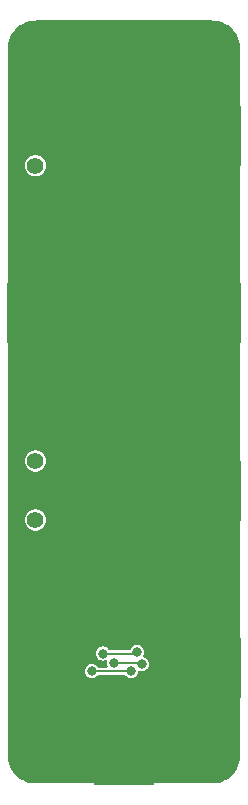
<source format=gbr>
%TF.GenerationSoftware,KiCad,Pcbnew,6.0.9+dfsg-1~bpo11+1*%
%TF.CreationDate,2022-12-01T10:00:23+01:00*%
%TF.ProjectId,019-tayloe-quadrature-product-detector,3031392d-7461-4796-9c6f-652d71756164,1*%
%TF.SameCoordinates,Original*%
%TF.FileFunction,Copper,L2,Bot*%
%TF.FilePolarity,Positive*%
%FSLAX46Y46*%
G04 Gerber Fmt 4.6, Leading zero omitted, Abs format (unit mm)*
G04 Created by KiCad (PCBNEW 6.0.9+dfsg-1~bpo11+1) date 2022-12-01 10:00:23*
%MOMM*%
%LPD*%
G01*
G04 APERTURE LIST*
%TA.AperFunction,ComponentPad*%
%ADD10C,3.400000*%
%TD*%
%TA.AperFunction,ComponentPad*%
%ADD11C,1.400000*%
%TD*%
%TA.AperFunction,ComponentPad*%
%ADD12C,0.800000*%
%TD*%
%TA.AperFunction,SMDPad,CuDef*%
%ADD13R,3.000000X5.200000*%
%TD*%
%TA.AperFunction,SMDPad,CuDef*%
%ADD14R,5.200000X3.000000*%
%TD*%
%TA.AperFunction,ViaPad*%
%ADD15C,0.800000*%
%TD*%
%TA.AperFunction,Conductor*%
%ADD16C,0.200000*%
%TD*%
G04 APERTURE END LIST*
D10*
%TO.P,H10,1,1*%
%TO.N,GND*%
X167500000Y-32500000D03*
%TD*%
%TO.P,H9,1,1*%
%TO.N,GND*%
X152500000Y-32500000D03*
%TD*%
%TO.P,H8,1,1*%
%TO.N,GND*%
X167500000Y-47500000D03*
%TD*%
%TO.P,H7,1,1*%
%TO.N,GND*%
X152500000Y-47500000D03*
%TD*%
%TO.P,H6,1,1*%
%TO.N,GND*%
X152500000Y-62500000D03*
%TD*%
%TO.P,H5,1,1*%
%TO.N,GND*%
X167500000Y-62500000D03*
%TD*%
D11*
%TO.P,J9,1,Pin_1*%
%TO.N,/VE*%
X152500000Y-67500000D03*
%TD*%
%TO.P,J8,1,Pin_1*%
%TO.N,/VA*%
X152500000Y-42500000D03*
%TD*%
%TO.P,J7,1,Pin_1*%
%TO.N,/VCC*%
X152500000Y-72500000D03*
%TD*%
D12*
%TO.P,J6,2,Pin_2*%
%TO.N,GND*%
X152000000Y-53500000D03*
X151000000Y-53500000D03*
X150500000Y-56000000D03*
X152500000Y-56000000D03*
X150500000Y-54000000D03*
D13*
X151500000Y-55000000D03*
D12*
X152000000Y-56500000D03*
X151000000Y-56500000D03*
X151500000Y-56000000D03*
X152500000Y-54000000D03*
X151500000Y-54000000D03*
%TD*%
%TO.P,J5,2,Pin_2*%
%TO.N,GND*%
X168500000Y-56000000D03*
X167500000Y-56000000D03*
X168500000Y-54000000D03*
X169000000Y-53500000D03*
X168000000Y-53500000D03*
D13*
X168500000Y-55000000D03*
D12*
X169500000Y-56000000D03*
X167500000Y-54000000D03*
X169500000Y-54000000D03*
X169000000Y-56500000D03*
X168000000Y-56500000D03*
%TD*%
%TO.P,J4,2,Pin_2*%
%TO.N,GND*%
X168500000Y-41000000D03*
X167500000Y-41000000D03*
X168500000Y-39000000D03*
X169000000Y-38500000D03*
X168000000Y-38500000D03*
D13*
X168500000Y-40000000D03*
D12*
X169500000Y-41000000D03*
X167500000Y-39000000D03*
X169500000Y-39000000D03*
X169000000Y-41500000D03*
X168000000Y-41500000D03*
%TD*%
%TO.P,J3,2,Pin_2*%
%TO.N,GND*%
X168000000Y-68500000D03*
X168000000Y-71500000D03*
X169500000Y-71000000D03*
D13*
X168500000Y-70000000D03*
D12*
X167500000Y-71000000D03*
X169000000Y-71500000D03*
X169000000Y-68500000D03*
X169500000Y-69000000D03*
X168500000Y-69000000D03*
X168500000Y-71000000D03*
X167500000Y-69000000D03*
%TD*%
D10*
%TO.P,H1,1,1*%
%TO.N,GND*%
X152500000Y-77500000D03*
%TD*%
%TO.P,H2,1,1*%
%TO.N,GND*%
X152500000Y-92500000D03*
%TD*%
%TO.P,H4,1,1*%
%TO.N,GND*%
X167500000Y-77500000D03*
%TD*%
D12*
%TO.P,J2,2,Pin_2*%
%TO.N,GND*%
X169000000Y-86500000D03*
X168000000Y-86500000D03*
X168500000Y-86000000D03*
X168500000Y-84000000D03*
X168000000Y-83500000D03*
X167500000Y-86000000D03*
X167500000Y-84000000D03*
D13*
X168500000Y-85000000D03*
D12*
X169500000Y-84000000D03*
X169000000Y-83500000D03*
X169500000Y-86000000D03*
%TD*%
D10*
%TO.P,H3,1,1*%
%TO.N,GND*%
X167500000Y-92500000D03*
%TD*%
D12*
%TO.P,J1,2,Pin_2*%
%TO.N,GND*%
X158500000Y-93000000D03*
X161500000Y-93000000D03*
X161000000Y-92500000D03*
X159000000Y-93500000D03*
X161000000Y-93500000D03*
D14*
X160000000Y-93500000D03*
D12*
X161000000Y-94500000D03*
X158500000Y-94000000D03*
X159000000Y-92500000D03*
X159000000Y-94500000D03*
X161500000Y-94000000D03*
%TD*%
D15*
%TO.N,/CLK2*%
X161100000Y-83700000D03*
X158200000Y-83800000D03*
%TO.N,/VCC*%
X161500000Y-84700000D03*
X159168100Y-84617600D03*
%TO.N,GND*%
X162360144Y-52409428D03*
X162393613Y-46117227D03*
X156434270Y-66953995D03*
X156434270Y-64420566D03*
X158154213Y-66163751D03*
X158014758Y-64350839D03*
X161014602Y-91197006D03*
X161021327Y-89589671D03*
X158970125Y-91197006D03*
X164434966Y-78715582D03*
X164434966Y-81209034D03*
X164437678Y-83969310D03*
X166481078Y-86022394D03*
X164679787Y-86012710D03*
X162965655Y-85421964D03*
X160215296Y-79475766D03*
X162384593Y-70043198D03*
X162355540Y-67883585D03*
X162384593Y-72677344D03*
X162384593Y-75088750D03*
X162394278Y-78662280D03*
X164427994Y-76221820D03*
X164427994Y-73684518D03*
X166544296Y-71029119D03*
X164903334Y-70847538D03*
X166409791Y-68944292D03*
X165714722Y-66479675D03*
X165714722Y-64248398D03*
X159946717Y-55406899D03*
X159147757Y-54325479D03*
X157364220Y-53994596D03*
X155572613Y-53938104D03*
X153555038Y-53954245D03*
X154475052Y-56020242D03*
X156524909Y-56020242D03*
X157953352Y-56020242D03*
X157969493Y-58166942D03*
X157969493Y-60394345D03*
X158631258Y-62371569D03*
X160043560Y-58029747D03*
X162359737Y-55406899D03*
X162367807Y-53994596D03*
X162367807Y-50742265D03*
X162375877Y-48159768D03*
X162351666Y-44148829D03*
X162367807Y-41848793D03*
X164506437Y-38959625D03*
X166435239Y-41041763D03*
X164433804Y-41009481D03*
X164417664Y-43511275D03*
X164441875Y-46271318D03*
X164458015Y-48660127D03*
X164458015Y-51258764D03*
X164482226Y-54365830D03*
X165781545Y-56117086D03*
X165725052Y-58215364D03*
X165071358Y-61112602D03*
X160083912Y-64130895D03*
X159995138Y-62904209D03*
X163086064Y-61863140D03*
X160059701Y-59353276D03*
X160075842Y-60620314D03*
X152500000Y-65000000D03*
X152500000Y-85000000D03*
X155000000Y-85000000D03*
X157500000Y-67500000D03*
X160000000Y-65000000D03*
X160000000Y-67500000D03*
X160000000Y-70000000D03*
X160000000Y-75000000D03*
X160000000Y-77500000D03*
X157500000Y-77500000D03*
X155000000Y-72500000D03*
X157500000Y-70000000D03*
X157500000Y-72500000D03*
X157500000Y-75000000D03*
X155000000Y-75000000D03*
X152500000Y-75000000D03*
X152500000Y-70000000D03*
X155000000Y-70000000D03*
X155000000Y-67500000D03*
X155000000Y-62500000D03*
X155000000Y-60000000D03*
X155000000Y-57500000D03*
X152500000Y-57500000D03*
X152500000Y-60000000D03*
X155000000Y-52500000D03*
X157500000Y-52500000D03*
X160000000Y-52500000D03*
X160000000Y-50000000D03*
X157500000Y-50000000D03*
X155000000Y-50000000D03*
X155000000Y-47500000D03*
X157500000Y-47500000D03*
X160000000Y-47500000D03*
X160000000Y-45000000D03*
X157500000Y-45000000D03*
X155000000Y-45000000D03*
X160000000Y-42500000D03*
X157500000Y-42500000D03*
X155000000Y-42500000D03*
X162500000Y-40000000D03*
X157500000Y-40000000D03*
X155000000Y-40000000D03*
X155000000Y-37500000D03*
X157500000Y-37500000D03*
X162500000Y-35000000D03*
X160000000Y-35000000D03*
X157500000Y-35000000D03*
X160000000Y-40000000D03*
X160000000Y-37500000D03*
X162500000Y-37500000D03*
X165000000Y-37500000D03*
X165000000Y-35000000D03*
X165000000Y-32500000D03*
X162500000Y-32500000D03*
X160000000Y-32500000D03*
X157500000Y-32500000D03*
X155000000Y-32500000D03*
X155000000Y-35000000D03*
X152500000Y-35000000D03*
X152500000Y-37500000D03*
X152500000Y-40000000D03*
X152500000Y-45000000D03*
X152500000Y-50000000D03*
X152500000Y-52500000D03*
X165000000Y-52500000D03*
X165000000Y-50000000D03*
X165000000Y-47500000D03*
X165000000Y-45000000D03*
X165000000Y-42500000D03*
X167500000Y-35000000D03*
X167500000Y-37500000D03*
X167500000Y-42500000D03*
X167500000Y-45000000D03*
X167500000Y-50000000D03*
X167500000Y-52500000D03*
X167500000Y-57500000D03*
X167500000Y-60000000D03*
X165000000Y-62500000D03*
X167500000Y-65000000D03*
X167500000Y-67500000D03*
X167500000Y-72500000D03*
X167500000Y-75000000D03*
X165000000Y-72500000D03*
X165000000Y-75000000D03*
X165000000Y-77500000D03*
X165000000Y-82500000D03*
X165000000Y-80000000D03*
X162500000Y-90000000D03*
X152500000Y-80000000D03*
X152500000Y-90000000D03*
X155000000Y-90000000D03*
X167500000Y-82500000D03*
X167500000Y-87500000D03*
X167500000Y-90000000D03*
X155000000Y-80000000D03*
X165000000Y-90000000D03*
X165000000Y-87500000D03*
X158369000Y-89100000D03*
X157500000Y-90000000D03*
X165000000Y-92500000D03*
X152500000Y-82500000D03*
X157149800Y-80797400D03*
X157500000Y-92500000D03*
X155000000Y-77500000D03*
X162500000Y-92500000D03*
X155000000Y-82500000D03*
X155000000Y-92500000D03*
X167500000Y-80000000D03*
X155000000Y-87500000D03*
X152500000Y-87500000D03*
%TO.N,/CLK1*%
X160600000Y-85300000D03*
X157265700Y-85300000D03*
%TD*%
D16*
%TO.N,/CLK2*%
X161000000Y-83800000D02*
X161100000Y-83700000D01*
X158200000Y-83800000D02*
X161000000Y-83800000D01*
%TO.N,/VCC*%
X161417600Y-84617600D02*
X161500000Y-84700000D01*
X159168100Y-84617600D02*
X161417600Y-84617600D01*
%TO.N,/CLK1*%
X157265700Y-85300000D02*
X160600000Y-85300000D01*
%TD*%
%TA.AperFunction,Conductor*%
%TO.N,GND*%
G36*
X167488169Y-30203018D02*
G01*
X167499641Y-30205656D01*
X167510517Y-30203195D01*
X167521664Y-30203214D01*
X167521664Y-30203243D01*
X167531772Y-30202422D01*
X167661986Y-30210298D01*
X167771204Y-30216905D01*
X167783056Y-30218344D01*
X168044422Y-30266241D01*
X168056015Y-30269098D01*
X168262244Y-30333361D01*
X168309695Y-30348148D01*
X168320873Y-30352387D01*
X168563170Y-30461436D01*
X168573756Y-30466992D01*
X168801142Y-30604452D01*
X168810980Y-30611243D01*
X169020132Y-30775103D01*
X169029081Y-30783030D01*
X169216970Y-30970919D01*
X169224897Y-30979868D01*
X169388757Y-31189020D01*
X169395548Y-31198858D01*
X169533008Y-31426244D01*
X169538564Y-31436830D01*
X169647613Y-31679127D01*
X169651852Y-31690305D01*
X169730900Y-31943977D01*
X169733759Y-31955578D01*
X169781655Y-32216936D01*
X169783096Y-32228803D01*
X169797547Y-32467712D01*
X169796724Y-32477628D01*
X169796862Y-32477628D01*
X169796842Y-32488776D01*
X169794344Y-32499641D01*
X169796804Y-32510513D01*
X169797059Y-32511638D01*
X169799500Y-32533488D01*
X169799500Y-92465983D01*
X169796982Y-92488169D01*
X169794344Y-92499641D01*
X169796805Y-92510517D01*
X169796786Y-92521664D01*
X169796757Y-92521664D01*
X169797578Y-92531772D01*
X169783096Y-92771197D01*
X169781656Y-92783056D01*
X169733761Y-93044415D01*
X169730900Y-93056023D01*
X169651852Y-93309695D01*
X169647613Y-93320873D01*
X169538564Y-93563170D01*
X169533008Y-93573756D01*
X169395548Y-93801142D01*
X169388757Y-93810980D01*
X169224897Y-94020132D01*
X169216970Y-94029081D01*
X169029081Y-94216970D01*
X169020132Y-94224897D01*
X168810980Y-94388757D01*
X168801142Y-94395548D01*
X168573756Y-94533008D01*
X168563170Y-94538564D01*
X168320873Y-94647613D01*
X168309695Y-94651852D01*
X168056015Y-94730902D01*
X168044422Y-94733759D01*
X167783056Y-94781656D01*
X167771204Y-94783095D01*
X167532288Y-94797547D01*
X167522372Y-94796724D01*
X167522372Y-94796862D01*
X167511224Y-94796842D01*
X167500359Y-94794344D01*
X167488359Y-94797059D01*
X167466512Y-94799500D01*
X152534017Y-94799500D01*
X152511831Y-94796982D01*
X152511801Y-94796975D01*
X152500359Y-94794344D01*
X152489483Y-94796805D01*
X152478336Y-94796786D01*
X152478336Y-94796757D01*
X152468228Y-94797578D01*
X152338014Y-94789702D01*
X152228796Y-94783095D01*
X152216944Y-94781656D01*
X151955578Y-94733759D01*
X151943985Y-94730902D01*
X151690305Y-94651852D01*
X151679127Y-94647613D01*
X151436830Y-94538564D01*
X151426244Y-94533008D01*
X151198858Y-94395548D01*
X151189020Y-94388757D01*
X150979868Y-94224897D01*
X150970919Y-94216970D01*
X150783030Y-94029081D01*
X150775103Y-94020132D01*
X150611243Y-93810980D01*
X150604452Y-93801142D01*
X150466992Y-93573756D01*
X150461436Y-93563170D01*
X150352387Y-93320873D01*
X150348148Y-93309695D01*
X150269100Y-93056023D01*
X150266239Y-93044415D01*
X150218344Y-92783056D01*
X150216904Y-92771197D01*
X150202469Y-92532548D01*
X150204207Y-92511810D01*
X150203747Y-92511757D01*
X150204389Y-92506179D01*
X150205655Y-92500718D01*
X150205656Y-92500000D01*
X150204412Y-92494545D01*
X150202980Y-92488266D01*
X150200500Y-92466248D01*
X150200500Y-85300000D01*
X156660018Y-85300000D01*
X156680656Y-85456762D01*
X156741164Y-85602841D01*
X156837418Y-85728282D01*
X156962859Y-85824536D01*
X157108938Y-85885044D01*
X157265700Y-85905682D01*
X157422462Y-85885044D01*
X157568541Y-85824536D01*
X157693982Y-85728282D01*
X157762313Y-85639232D01*
X157812737Y-85604577D01*
X157840854Y-85600500D01*
X160024846Y-85600500D01*
X160083037Y-85619407D01*
X160103387Y-85639231D01*
X160171718Y-85728282D01*
X160297159Y-85824536D01*
X160443238Y-85885044D01*
X160600000Y-85905682D01*
X160756762Y-85885044D01*
X160902841Y-85824536D01*
X161028282Y-85728282D01*
X161124536Y-85602841D01*
X161185044Y-85456762D01*
X161197822Y-85359702D01*
X161224163Y-85304477D01*
X161277933Y-85275282D01*
X161333860Y-85281160D01*
X161337238Y-85282559D01*
X161337240Y-85282560D01*
X161343238Y-85285044D01*
X161500000Y-85305682D01*
X161656762Y-85285044D01*
X161802841Y-85224536D01*
X161928282Y-85128282D01*
X162024536Y-85002841D01*
X162085044Y-84856762D01*
X162105682Y-84700000D01*
X162085044Y-84543238D01*
X162024536Y-84397159D01*
X161928282Y-84271718D01*
X161802841Y-84175464D01*
X161746226Y-84152013D01*
X161681081Y-84125029D01*
X161634555Y-84085292D01*
X161620272Y-84025797D01*
X161627503Y-83995680D01*
X161682559Y-83862762D01*
X161682560Y-83862760D01*
X161685044Y-83856762D01*
X161705682Y-83700000D01*
X161685044Y-83543238D01*
X161624536Y-83397159D01*
X161528282Y-83271718D01*
X161402841Y-83175464D01*
X161256762Y-83114956D01*
X161100000Y-83094318D01*
X160943238Y-83114956D01*
X160797159Y-83175464D01*
X160671718Y-83271718D01*
X160575464Y-83397159D01*
X160572981Y-83403154D01*
X160558387Y-83438386D01*
X160518650Y-83484912D01*
X160466923Y-83499500D01*
X158775154Y-83499500D01*
X158716963Y-83480593D01*
X158696612Y-83460768D01*
X158679438Y-83438386D01*
X158628282Y-83371718D01*
X158502841Y-83275464D01*
X158356762Y-83214956D01*
X158200000Y-83194318D01*
X158043238Y-83214956D01*
X157897159Y-83275464D01*
X157771718Y-83371718D01*
X157675464Y-83497159D01*
X157614956Y-83643238D01*
X157594318Y-83800000D01*
X157614956Y-83956762D01*
X157675464Y-84102841D01*
X157771718Y-84228282D01*
X157897159Y-84324536D01*
X158043238Y-84385044D01*
X158200000Y-84405682D01*
X158356762Y-84385044D01*
X158449668Y-84346561D01*
X158510664Y-84341760D01*
X158562833Y-84373729D01*
X158586248Y-84430257D01*
X158583547Y-84459653D01*
X158583056Y-84460838D01*
X158582210Y-84467266D01*
X158582209Y-84467269D01*
X158563265Y-84611166D01*
X158562418Y-84617600D01*
X158583056Y-84774362D01*
X158585540Y-84780359D01*
X158619611Y-84862614D01*
X158624412Y-84923611D01*
X158592442Y-84975780D01*
X158535914Y-84999195D01*
X158528147Y-84999500D01*
X157840854Y-84999500D01*
X157782663Y-84980593D01*
X157762312Y-84960768D01*
X157693982Y-84871718D01*
X157568541Y-84775464D01*
X157422462Y-84714956D01*
X157265700Y-84694318D01*
X157108938Y-84714956D01*
X156962859Y-84775464D01*
X156837418Y-84871718D01*
X156741164Y-84997159D01*
X156680656Y-85143238D01*
X156660018Y-85300000D01*
X150200500Y-85300000D01*
X150200500Y-72500000D01*
X151594540Y-72500000D01*
X151614326Y-72688256D01*
X151615927Y-72693183D01*
X151615928Y-72693188D01*
X151671219Y-72863354D01*
X151672821Y-72868284D01*
X151767467Y-73032216D01*
X151770939Y-73036072D01*
X151890659Y-73169035D01*
X151890663Y-73169038D01*
X151894129Y-73172888D01*
X152047270Y-73284151D01*
X152052002Y-73286258D01*
X152052004Y-73286259D01*
X152215460Y-73359035D01*
X152220197Y-73361144D01*
X152225267Y-73362222D01*
X152225268Y-73362222D01*
X152262610Y-73370159D01*
X152405354Y-73400500D01*
X152594646Y-73400500D01*
X152737390Y-73370159D01*
X152774732Y-73362222D01*
X152774733Y-73362222D01*
X152779803Y-73361144D01*
X152784540Y-73359035D01*
X152947996Y-73286259D01*
X152947998Y-73286258D01*
X152952730Y-73284151D01*
X153105871Y-73172888D01*
X153109337Y-73169038D01*
X153109341Y-73169035D01*
X153229061Y-73036072D01*
X153232533Y-73032216D01*
X153327179Y-72868284D01*
X153328781Y-72863354D01*
X153384072Y-72693188D01*
X153384073Y-72693183D01*
X153385674Y-72688256D01*
X153405460Y-72500000D01*
X153385674Y-72311744D01*
X153384073Y-72306817D01*
X153384072Y-72306812D01*
X153328781Y-72136646D01*
X153328780Y-72136645D01*
X153327179Y-72131716D01*
X153232533Y-71967784D01*
X153224044Y-71958356D01*
X153109341Y-71830965D01*
X153109337Y-71830962D01*
X153105871Y-71827112D01*
X152952730Y-71715849D01*
X152947998Y-71713742D01*
X152947996Y-71713741D01*
X152784540Y-71640965D01*
X152784539Y-71640965D01*
X152779803Y-71638856D01*
X152774733Y-71637778D01*
X152774732Y-71637778D01*
X152737390Y-71629841D01*
X152594646Y-71599500D01*
X152405354Y-71599500D01*
X152262610Y-71629841D01*
X152225268Y-71637778D01*
X152225267Y-71637778D01*
X152220197Y-71638856D01*
X152215461Y-71640965D01*
X152215460Y-71640965D01*
X152052004Y-71713741D01*
X152052002Y-71713742D01*
X152047270Y-71715849D01*
X151894129Y-71827112D01*
X151890663Y-71830962D01*
X151890659Y-71830965D01*
X151775956Y-71958356D01*
X151767467Y-71967784D01*
X151672821Y-72131716D01*
X151671220Y-72136645D01*
X151671219Y-72136646D01*
X151615928Y-72306812D01*
X151615927Y-72306817D01*
X151614326Y-72311744D01*
X151594540Y-72500000D01*
X150200500Y-72500000D01*
X150200500Y-67500000D01*
X151594540Y-67500000D01*
X151614326Y-67688256D01*
X151615927Y-67693183D01*
X151615928Y-67693188D01*
X151671219Y-67863354D01*
X151672821Y-67868284D01*
X151767467Y-68032216D01*
X151770939Y-68036072D01*
X151890659Y-68169035D01*
X151890663Y-68169038D01*
X151894129Y-68172888D01*
X152047270Y-68284151D01*
X152052002Y-68286258D01*
X152052004Y-68286259D01*
X152215460Y-68359035D01*
X152220197Y-68361144D01*
X152225267Y-68362222D01*
X152225268Y-68362222D01*
X152262610Y-68370159D01*
X152405354Y-68400500D01*
X152594646Y-68400500D01*
X152737390Y-68370159D01*
X152774732Y-68362222D01*
X152774733Y-68362222D01*
X152779803Y-68361144D01*
X152784540Y-68359035D01*
X152947996Y-68286259D01*
X152947998Y-68286258D01*
X152952730Y-68284151D01*
X153105871Y-68172888D01*
X153109337Y-68169038D01*
X153109341Y-68169035D01*
X153229061Y-68036072D01*
X153232533Y-68032216D01*
X153327179Y-67868284D01*
X153328781Y-67863354D01*
X153384072Y-67693188D01*
X153384073Y-67693183D01*
X153385674Y-67688256D01*
X153405460Y-67500000D01*
X153385674Y-67311744D01*
X153384073Y-67306817D01*
X153384072Y-67306812D01*
X153328781Y-67136646D01*
X153328780Y-67136645D01*
X153327179Y-67131716D01*
X153232533Y-66967784D01*
X153224044Y-66958356D01*
X153109341Y-66830965D01*
X153109337Y-66830962D01*
X153105871Y-66827112D01*
X152952730Y-66715849D01*
X152947998Y-66713742D01*
X152947996Y-66713741D01*
X152784540Y-66640965D01*
X152784539Y-66640965D01*
X152779803Y-66638856D01*
X152774733Y-66637778D01*
X152774732Y-66637778D01*
X152737390Y-66629841D01*
X152594646Y-66599500D01*
X152405354Y-66599500D01*
X152262610Y-66629841D01*
X152225268Y-66637778D01*
X152225267Y-66637778D01*
X152220197Y-66638856D01*
X152215461Y-66640965D01*
X152215460Y-66640965D01*
X152052004Y-66713741D01*
X152052002Y-66713742D01*
X152047270Y-66715849D01*
X151894129Y-66827112D01*
X151890663Y-66830962D01*
X151890659Y-66830965D01*
X151775956Y-66958356D01*
X151767467Y-66967784D01*
X151672821Y-67131716D01*
X151671220Y-67136645D01*
X151671219Y-67136646D01*
X151615928Y-67306812D01*
X151615927Y-67306817D01*
X151614326Y-67311744D01*
X151594540Y-67500000D01*
X150200500Y-67500000D01*
X150200500Y-42500000D01*
X151594540Y-42500000D01*
X151614326Y-42688256D01*
X151615927Y-42693183D01*
X151615928Y-42693188D01*
X151671219Y-42863354D01*
X151672821Y-42868284D01*
X151767467Y-43032216D01*
X151770939Y-43036072D01*
X151890659Y-43169035D01*
X151890663Y-43169038D01*
X151894129Y-43172888D01*
X152047270Y-43284151D01*
X152052002Y-43286258D01*
X152052004Y-43286259D01*
X152215460Y-43359035D01*
X152220197Y-43361144D01*
X152225267Y-43362222D01*
X152225268Y-43362222D01*
X152262610Y-43370159D01*
X152405354Y-43400500D01*
X152594646Y-43400500D01*
X152737390Y-43370159D01*
X152774732Y-43362222D01*
X152774733Y-43362222D01*
X152779803Y-43361144D01*
X152784540Y-43359035D01*
X152947996Y-43286259D01*
X152947998Y-43286258D01*
X152952730Y-43284151D01*
X153105871Y-43172888D01*
X153109337Y-43169038D01*
X153109341Y-43169035D01*
X153229061Y-43036072D01*
X153232533Y-43032216D01*
X153327179Y-42868284D01*
X153328781Y-42863354D01*
X153384072Y-42693188D01*
X153384073Y-42693183D01*
X153385674Y-42688256D01*
X153405460Y-42500000D01*
X153385674Y-42311744D01*
X153384073Y-42306817D01*
X153384072Y-42306812D01*
X153328781Y-42136646D01*
X153328780Y-42136645D01*
X153327179Y-42131716D01*
X153232533Y-41967784D01*
X153224044Y-41958356D01*
X153109341Y-41830965D01*
X153109337Y-41830962D01*
X153105871Y-41827112D01*
X152952730Y-41715849D01*
X152947998Y-41713742D01*
X152947996Y-41713741D01*
X152784540Y-41640965D01*
X152784539Y-41640965D01*
X152779803Y-41638856D01*
X152774733Y-41637778D01*
X152774732Y-41637778D01*
X152737390Y-41629841D01*
X152594646Y-41599500D01*
X152405354Y-41599500D01*
X152262610Y-41629841D01*
X152225268Y-41637778D01*
X152225267Y-41637778D01*
X152220197Y-41638856D01*
X152215461Y-41640965D01*
X152215460Y-41640965D01*
X152052004Y-41713741D01*
X152052002Y-41713742D01*
X152047270Y-41715849D01*
X151894129Y-41827112D01*
X151890663Y-41830962D01*
X151890659Y-41830965D01*
X151775956Y-41958356D01*
X151767467Y-41967784D01*
X151672821Y-42131716D01*
X151671220Y-42136645D01*
X151671219Y-42136646D01*
X151615928Y-42306812D01*
X151615927Y-42306817D01*
X151614326Y-42311744D01*
X151594540Y-42500000D01*
X150200500Y-42500000D01*
X150200500Y-32534281D01*
X150203057Y-32511926D01*
X150203141Y-32511565D01*
X150205655Y-32500718D01*
X150205656Y-32500000D01*
X150204413Y-32494549D01*
X150203791Y-32488995D01*
X150204159Y-32488954D01*
X150202438Y-32467973D01*
X150216904Y-32228804D01*
X150218345Y-32216936D01*
X150266241Y-31955578D01*
X150269100Y-31943977D01*
X150348148Y-31690305D01*
X150352387Y-31679127D01*
X150461436Y-31436830D01*
X150466992Y-31426244D01*
X150604452Y-31198858D01*
X150611243Y-31189020D01*
X150775103Y-30979868D01*
X150783030Y-30970919D01*
X150970919Y-30783030D01*
X150979868Y-30775103D01*
X151189020Y-30611243D01*
X151198858Y-30604452D01*
X151426244Y-30466992D01*
X151436830Y-30461436D01*
X151679127Y-30352387D01*
X151690305Y-30348148D01*
X151737756Y-30333361D01*
X151943985Y-30269098D01*
X151955578Y-30266241D01*
X152216944Y-30218344D01*
X152228796Y-30216905D01*
X152467712Y-30202453D01*
X152477628Y-30203276D01*
X152477628Y-30203138D01*
X152488776Y-30203158D01*
X152499641Y-30205656D01*
X152511641Y-30202941D01*
X152533488Y-30200500D01*
X167465983Y-30200500D01*
X167488169Y-30203018D01*
G37*
%TD.AperFunction*%
%TD*%
M02*

</source>
